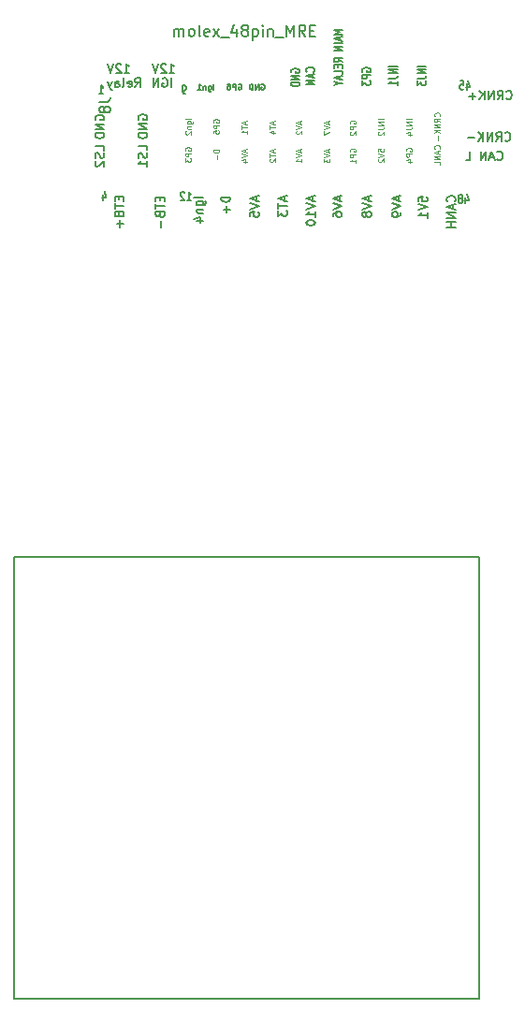
<source format=gbo>
G04 #@! TF.GenerationSoftware,KiCad,Pcbnew,8.0.9-8.0.9-0~ubuntu24.04.1*
G04 #@! TF.CreationDate,2026-01-28T14:13:45+00:00*
G04 #@! TF.ProjectId,greenecu48,67726565-6e65-4637-9534-382e6b696361,rev?*
G04 #@! TF.SameCoordinates,Original*
G04 #@! TF.FileFunction,Legend,Bot*
G04 #@! TF.FilePolarity,Positive*
%FSLAX46Y46*%
G04 Gerber Fmt 4.6, Leading zero omitted, Abs format (unit mm)*
G04 Created by KiCad (PCBNEW 8.0.9-8.0.9-0~ubuntu24.04.1) date 2026-01-28 14:13:45*
%MOMM*%
%LPD*%
G01*
G04 APERTURE LIST*
%ADD10C,0.150000*%
%ADD11C,0.130000*%
%ADD12C,0.101600*%
%ADD13C,0.127000*%
%ADD14C,0.200000*%
G04 APERTURE END LIST*
D10*
X53806458Y109168782D02*
X53806458Y109835449D01*
X53806458Y109740211D02*
X53854077Y109787830D01*
X53854077Y109787830D02*
X53949315Y109835449D01*
X53949315Y109835449D02*
X54092172Y109835449D01*
X54092172Y109835449D02*
X54187410Y109787830D01*
X54187410Y109787830D02*
X54235029Y109692592D01*
X54235029Y109692592D02*
X54235029Y109168782D01*
X54235029Y109692592D02*
X54282648Y109787830D01*
X54282648Y109787830D02*
X54377886Y109835449D01*
X54377886Y109835449D02*
X54520743Y109835449D01*
X54520743Y109835449D02*
X54615982Y109787830D01*
X54615982Y109787830D02*
X54663601Y109692592D01*
X54663601Y109692592D02*
X54663601Y109168782D01*
X55282648Y109168782D02*
X55187410Y109216401D01*
X55187410Y109216401D02*
X55139791Y109264021D01*
X55139791Y109264021D02*
X55092172Y109359259D01*
X55092172Y109359259D02*
X55092172Y109644973D01*
X55092172Y109644973D02*
X55139791Y109740211D01*
X55139791Y109740211D02*
X55187410Y109787830D01*
X55187410Y109787830D02*
X55282648Y109835449D01*
X55282648Y109835449D02*
X55425505Y109835449D01*
X55425505Y109835449D02*
X55520743Y109787830D01*
X55520743Y109787830D02*
X55568362Y109740211D01*
X55568362Y109740211D02*
X55615981Y109644973D01*
X55615981Y109644973D02*
X55615981Y109359259D01*
X55615981Y109359259D02*
X55568362Y109264021D01*
X55568362Y109264021D02*
X55520743Y109216401D01*
X55520743Y109216401D02*
X55425505Y109168782D01*
X55425505Y109168782D02*
X55282648Y109168782D01*
X56187410Y109168782D02*
X56092172Y109216401D01*
X56092172Y109216401D02*
X56044553Y109311640D01*
X56044553Y109311640D02*
X56044553Y110168782D01*
X56949315Y109216401D02*
X56854077Y109168782D01*
X56854077Y109168782D02*
X56663601Y109168782D01*
X56663601Y109168782D02*
X56568363Y109216401D01*
X56568363Y109216401D02*
X56520744Y109311640D01*
X56520744Y109311640D02*
X56520744Y109692592D01*
X56520744Y109692592D02*
X56568363Y109787830D01*
X56568363Y109787830D02*
X56663601Y109835449D01*
X56663601Y109835449D02*
X56854077Y109835449D01*
X56854077Y109835449D02*
X56949315Y109787830D01*
X56949315Y109787830D02*
X56996934Y109692592D01*
X56996934Y109692592D02*
X56996934Y109597354D01*
X56996934Y109597354D02*
X56520744Y109502116D01*
X57330268Y109168782D02*
X57854077Y109835449D01*
X57330268Y109835449D02*
X57854077Y109168782D01*
X57996935Y109073544D02*
X58758839Y109073544D01*
X59425506Y109835449D02*
X59425506Y109168782D01*
X59187411Y110216401D02*
X58949316Y109502116D01*
X58949316Y109502116D02*
X59568363Y109502116D01*
X60092173Y109740211D02*
X59996935Y109787830D01*
X59996935Y109787830D02*
X59949316Y109835449D01*
X59949316Y109835449D02*
X59901697Y109930687D01*
X59901697Y109930687D02*
X59901697Y109978306D01*
X59901697Y109978306D02*
X59949316Y110073544D01*
X59949316Y110073544D02*
X59996935Y110121163D01*
X59996935Y110121163D02*
X60092173Y110168782D01*
X60092173Y110168782D02*
X60282649Y110168782D01*
X60282649Y110168782D02*
X60377887Y110121163D01*
X60377887Y110121163D02*
X60425506Y110073544D01*
X60425506Y110073544D02*
X60473125Y109978306D01*
X60473125Y109978306D02*
X60473125Y109930687D01*
X60473125Y109930687D02*
X60425506Y109835449D01*
X60425506Y109835449D02*
X60377887Y109787830D01*
X60377887Y109787830D02*
X60282649Y109740211D01*
X60282649Y109740211D02*
X60092173Y109740211D01*
X60092173Y109740211D02*
X59996935Y109692592D01*
X59996935Y109692592D02*
X59949316Y109644973D01*
X59949316Y109644973D02*
X59901697Y109549735D01*
X59901697Y109549735D02*
X59901697Y109359259D01*
X59901697Y109359259D02*
X59949316Y109264021D01*
X59949316Y109264021D02*
X59996935Y109216401D01*
X59996935Y109216401D02*
X60092173Y109168782D01*
X60092173Y109168782D02*
X60282649Y109168782D01*
X60282649Y109168782D02*
X60377887Y109216401D01*
X60377887Y109216401D02*
X60425506Y109264021D01*
X60425506Y109264021D02*
X60473125Y109359259D01*
X60473125Y109359259D02*
X60473125Y109549735D01*
X60473125Y109549735D02*
X60425506Y109644973D01*
X60425506Y109644973D02*
X60377887Y109692592D01*
X60377887Y109692592D02*
X60282649Y109740211D01*
X60901697Y109835449D02*
X60901697Y108835449D01*
X60901697Y109787830D02*
X60996935Y109835449D01*
X60996935Y109835449D02*
X61187411Y109835449D01*
X61187411Y109835449D02*
X61282649Y109787830D01*
X61282649Y109787830D02*
X61330268Y109740211D01*
X61330268Y109740211D02*
X61377887Y109644973D01*
X61377887Y109644973D02*
X61377887Y109359259D01*
X61377887Y109359259D02*
X61330268Y109264021D01*
X61330268Y109264021D02*
X61282649Y109216401D01*
X61282649Y109216401D02*
X61187411Y109168782D01*
X61187411Y109168782D02*
X60996935Y109168782D01*
X60996935Y109168782D02*
X60901697Y109216401D01*
X61806459Y109168782D02*
X61806459Y109835449D01*
X61806459Y110168782D02*
X61758840Y110121163D01*
X61758840Y110121163D02*
X61806459Y110073544D01*
X61806459Y110073544D02*
X61854078Y110121163D01*
X61854078Y110121163D02*
X61806459Y110168782D01*
X61806459Y110168782D02*
X61806459Y110073544D01*
X62282649Y109835449D02*
X62282649Y109168782D01*
X62282649Y109740211D02*
X62330268Y109787830D01*
X62330268Y109787830D02*
X62425506Y109835449D01*
X62425506Y109835449D02*
X62568363Y109835449D01*
X62568363Y109835449D02*
X62663601Y109787830D01*
X62663601Y109787830D02*
X62711220Y109692592D01*
X62711220Y109692592D02*
X62711220Y109168782D01*
X62949316Y109073544D02*
X63711220Y109073544D01*
X63949316Y109168782D02*
X63949316Y110168782D01*
X63949316Y110168782D02*
X64282649Y109454497D01*
X64282649Y109454497D02*
X64615982Y110168782D01*
X64615982Y110168782D02*
X64615982Y109168782D01*
X65663601Y109168782D02*
X65330268Y109644973D01*
X65092173Y109168782D02*
X65092173Y110168782D01*
X65092173Y110168782D02*
X65473125Y110168782D01*
X65473125Y110168782D02*
X65568363Y110121163D01*
X65568363Y110121163D02*
X65615982Y110073544D01*
X65615982Y110073544D02*
X65663601Y109978306D01*
X65663601Y109978306D02*
X65663601Y109835449D01*
X65663601Y109835449D02*
X65615982Y109740211D01*
X65615982Y109740211D02*
X65568363Y109692592D01*
X65568363Y109692592D02*
X65473125Y109644973D01*
X65473125Y109644973D02*
X65092173Y109644973D01*
X66092173Y109692592D02*
X66425506Y109692592D01*
X66568363Y109168782D02*
X66092173Y109168782D01*
X66092173Y109168782D02*
X66092173Y110168782D01*
X66092173Y110168782D02*
X66568363Y110168782D01*
D11*
X80130830Y94585600D02*
X80130830Y94052266D01*
X80273687Y94890361D02*
X80416544Y94318933D01*
X80416544Y94318933D02*
X80045115Y94318933D01*
X79730829Y94509409D02*
X79787972Y94547504D01*
X79787972Y94547504D02*
X79816543Y94585600D01*
X79816543Y94585600D02*
X79845115Y94661790D01*
X79845115Y94661790D02*
X79845115Y94699885D01*
X79845115Y94699885D02*
X79816543Y94776076D01*
X79816543Y94776076D02*
X79787972Y94814171D01*
X79787972Y94814171D02*
X79730829Y94852266D01*
X79730829Y94852266D02*
X79616543Y94852266D01*
X79616543Y94852266D02*
X79559401Y94814171D01*
X79559401Y94814171D02*
X79530829Y94776076D01*
X79530829Y94776076D02*
X79502258Y94699885D01*
X79502258Y94699885D02*
X79502258Y94661790D01*
X79502258Y94661790D02*
X79530829Y94585600D01*
X79530829Y94585600D02*
X79559401Y94547504D01*
X79559401Y94547504D02*
X79616543Y94509409D01*
X79616543Y94509409D02*
X79730829Y94509409D01*
X79730829Y94509409D02*
X79787972Y94471314D01*
X79787972Y94471314D02*
X79816543Y94433219D01*
X79816543Y94433219D02*
X79845115Y94357028D01*
X79845115Y94357028D02*
X79845115Y94204647D01*
X79845115Y94204647D02*
X79816543Y94128457D01*
X79816543Y94128457D02*
X79787972Y94090361D01*
X79787972Y94090361D02*
X79730829Y94052266D01*
X79730829Y94052266D02*
X79616543Y94052266D01*
X79616543Y94052266D02*
X79559401Y94090361D01*
X79559401Y94090361D02*
X79530829Y94128457D01*
X79530829Y94128457D02*
X79502258Y94204647D01*
X79502258Y94204647D02*
X79502258Y94357028D01*
X79502258Y94357028D02*
X79530829Y94433219D01*
X79530829Y94433219D02*
X79559401Y94471314D01*
X79559401Y94471314D02*
X79616543Y94509409D01*
X46667831Y101607125D02*
X46629736Y101683315D01*
X46629736Y101683315D02*
X46629736Y101797601D01*
X46629736Y101797601D02*
X46667831Y101911887D01*
X46667831Y101911887D02*
X46744021Y101988077D01*
X46744021Y101988077D02*
X46820212Y102026172D01*
X46820212Y102026172D02*
X46972593Y102064268D01*
X46972593Y102064268D02*
X47086879Y102064268D01*
X47086879Y102064268D02*
X47239260Y102026172D01*
X47239260Y102026172D02*
X47315450Y101988077D01*
X47315450Y101988077D02*
X47391641Y101911887D01*
X47391641Y101911887D02*
X47429736Y101797601D01*
X47429736Y101797601D02*
X47429736Y101721410D01*
X47429736Y101721410D02*
X47391641Y101607125D01*
X47391641Y101607125D02*
X47353545Y101569029D01*
X47353545Y101569029D02*
X47086879Y101569029D01*
X47086879Y101569029D02*
X47086879Y101721410D01*
X47429736Y101226172D02*
X46629736Y101226172D01*
X46629736Y101226172D02*
X47429736Y100769029D01*
X47429736Y100769029D02*
X46629736Y100769029D01*
X47429736Y100388077D02*
X46629736Y100388077D01*
X46629736Y100388077D02*
X46629736Y100197601D01*
X46629736Y100197601D02*
X46667831Y100083315D01*
X46667831Y100083315D02*
X46744021Y100007125D01*
X46744021Y100007125D02*
X46820212Y99969030D01*
X46820212Y99969030D02*
X46972593Y99930934D01*
X46972593Y99930934D02*
X47086879Y99930934D01*
X47086879Y99930934D02*
X47239260Y99969030D01*
X47239260Y99969030D02*
X47315450Y100007125D01*
X47315450Y100007125D02*
X47391641Y100083315D01*
X47391641Y100083315D02*
X47429736Y100197601D01*
X47429736Y100197601D02*
X47429736Y100388077D01*
X71394664Y94661600D02*
X71394664Y94280647D01*
X71623236Y94737790D02*
X70823236Y94471123D01*
X70823236Y94471123D02*
X71623236Y94204457D01*
X70823236Y94052076D02*
X71623236Y93785409D01*
X71623236Y93785409D02*
X70823236Y93518743D01*
X71166093Y93137791D02*
X71127998Y93213981D01*
X71127998Y93213981D02*
X71089902Y93252076D01*
X71089902Y93252076D02*
X71013712Y93290172D01*
X71013712Y93290172D02*
X70975617Y93290172D01*
X70975617Y93290172D02*
X70899426Y93252076D01*
X70899426Y93252076D02*
X70861331Y93213981D01*
X70861331Y93213981D02*
X70823236Y93137791D01*
X70823236Y93137791D02*
X70823236Y92985410D01*
X70823236Y92985410D02*
X70861331Y92909219D01*
X70861331Y92909219D02*
X70899426Y92871124D01*
X70899426Y92871124D02*
X70975617Y92833029D01*
X70975617Y92833029D02*
X71013712Y92833029D01*
X71013712Y92833029D02*
X71089902Y92871124D01*
X71089902Y92871124D02*
X71127998Y92909219D01*
X71127998Y92909219D02*
X71166093Y92985410D01*
X71166093Y92985410D02*
X71166093Y93137791D01*
X71166093Y93137791D02*
X71204188Y93213981D01*
X71204188Y93213981D02*
X71242283Y93252076D01*
X71242283Y93252076D02*
X71318474Y93290172D01*
X71318474Y93290172D02*
X71470855Y93290172D01*
X71470855Y93290172D02*
X71547045Y93252076D01*
X71547045Y93252076D02*
X71585141Y93213981D01*
X71585141Y93213981D02*
X71623236Y93137791D01*
X71623236Y93137791D02*
X71623236Y92985410D01*
X71623236Y92985410D02*
X71585141Y92909219D01*
X71585141Y92909219D02*
X71547045Y92871124D01*
X71547045Y92871124D02*
X71470855Y92833029D01*
X71470855Y92833029D02*
X71318474Y92833029D01*
X71318474Y92833029D02*
X71242283Y92871124D01*
X71242283Y92871124D02*
X71204188Y92909219D01*
X71204188Y92909219D02*
X71166093Y92985410D01*
D12*
X65184984Y98933174D02*
X65184984Y98691269D01*
X65330127Y98981555D02*
X64822127Y98812221D01*
X64822127Y98812221D02*
X65330127Y98642888D01*
X64822127Y98546126D02*
X65330127Y98376792D01*
X65330127Y98376792D02*
X64822127Y98207459D01*
X65330127Y97772030D02*
X65330127Y98062316D01*
X65330127Y97917173D02*
X64822127Y97917173D01*
X64822127Y97917173D02*
X64894698Y97965554D01*
X64894698Y97965554D02*
X64943079Y98013935D01*
X64943079Y98013935D02*
X64967270Y98062316D01*
X75299627Y101657625D02*
X74791627Y101657625D01*
X75299627Y101415720D02*
X74791627Y101415720D01*
X74791627Y101415720D02*
X75299627Y101125434D01*
X75299627Y101125434D02*
X74791627Y101125434D01*
X74791627Y100738387D02*
X75154484Y100738387D01*
X75154484Y100738387D02*
X75227056Y100762578D01*
X75227056Y100762578D02*
X75275437Y100810959D01*
X75275437Y100810959D02*
X75299627Y100883530D01*
X75299627Y100883530D02*
X75299627Y100931911D01*
X74960960Y100278768D02*
X75299627Y100278768D01*
X74767437Y100399720D02*
X75130294Y100520673D01*
X75130294Y100520673D02*
X75130294Y100206196D01*
X57353317Y101382459D02*
X57329127Y101430840D01*
X57329127Y101430840D02*
X57329127Y101503411D01*
X57329127Y101503411D02*
X57353317Y101575983D01*
X57353317Y101575983D02*
X57401698Y101624364D01*
X57401698Y101624364D02*
X57450079Y101648554D01*
X57450079Y101648554D02*
X57546841Y101672745D01*
X57546841Y101672745D02*
X57619413Y101672745D01*
X57619413Y101672745D02*
X57716175Y101648554D01*
X57716175Y101648554D02*
X57764556Y101624364D01*
X57764556Y101624364D02*
X57812937Y101575983D01*
X57812937Y101575983D02*
X57837127Y101503411D01*
X57837127Y101503411D02*
X57837127Y101455030D01*
X57837127Y101455030D02*
X57812937Y101382459D01*
X57812937Y101382459D02*
X57788746Y101358268D01*
X57788746Y101358268D02*
X57619413Y101358268D01*
X57619413Y101358268D02*
X57619413Y101455030D01*
X57837127Y101140554D02*
X57329127Y101140554D01*
X57329127Y101140554D02*
X57329127Y100947030D01*
X57329127Y100947030D02*
X57353317Y100898649D01*
X57353317Y100898649D02*
X57377508Y100874459D01*
X57377508Y100874459D02*
X57425889Y100850268D01*
X57425889Y100850268D02*
X57498460Y100850268D01*
X57498460Y100850268D02*
X57546841Y100874459D01*
X57546841Y100874459D02*
X57571032Y100898649D01*
X57571032Y100898649D02*
X57595222Y100947030D01*
X57595222Y100947030D02*
X57595222Y101140554D01*
X57329127Y100390649D02*
X57329127Y100632554D01*
X57329127Y100632554D02*
X57571032Y100656745D01*
X57571032Y100656745D02*
X57546841Y100632554D01*
X57546841Y100632554D02*
X57522651Y100584173D01*
X57522651Y100584173D02*
X57522651Y100463221D01*
X57522651Y100463221D02*
X57546841Y100414840D01*
X57546841Y100414840D02*
X57571032Y100390649D01*
X57571032Y100390649D02*
X57619413Y100366459D01*
X57619413Y100366459D02*
X57740365Y100366459D01*
X57740365Y100366459D02*
X57788746Y100390649D01*
X57788746Y100390649D02*
X57812937Y100414840D01*
X57812937Y100414840D02*
X57837127Y100463221D01*
X57837127Y100463221D02*
X57837127Y100584173D01*
X57837127Y100584173D02*
X57812937Y100632554D01*
X57812937Y100632554D02*
X57788746Y100656745D01*
D13*
X57349153Y104347195D02*
X57349153Y104855195D01*
X56889534Y104685862D02*
X56889534Y104274624D01*
X56889534Y104274624D02*
X56913724Y104226243D01*
X56913724Y104226243D02*
X56937915Y104202052D01*
X56937915Y104202052D02*
X56986296Y104177862D01*
X56986296Y104177862D02*
X57058867Y104177862D01*
X57058867Y104177862D02*
X57107248Y104202052D01*
X56889534Y104371385D02*
X56937915Y104347195D01*
X56937915Y104347195D02*
X57034677Y104347195D01*
X57034677Y104347195D02*
X57083058Y104371385D01*
X57083058Y104371385D02*
X57107248Y104395576D01*
X57107248Y104395576D02*
X57131439Y104443957D01*
X57131439Y104443957D02*
X57131439Y104589100D01*
X57131439Y104589100D02*
X57107248Y104637481D01*
X57107248Y104637481D02*
X57083058Y104661671D01*
X57083058Y104661671D02*
X57034677Y104685862D01*
X57034677Y104685862D02*
X56937915Y104685862D01*
X56937915Y104685862D02*
X56889534Y104661671D01*
X56647629Y104685862D02*
X56647629Y104347195D01*
X56647629Y104637481D02*
X56623439Y104661671D01*
X56623439Y104661671D02*
X56575058Y104685862D01*
X56575058Y104685862D02*
X56502486Y104685862D01*
X56502486Y104685862D02*
X56454105Y104661671D01*
X56454105Y104661671D02*
X56429915Y104613290D01*
X56429915Y104613290D02*
X56429915Y104347195D01*
X55921915Y104347195D02*
X56212201Y104347195D01*
X56067058Y104347195D02*
X56067058Y104855195D01*
X56067058Y104855195D02*
X56115439Y104782624D01*
X56115439Y104782624D02*
X56163820Y104734243D01*
X56163820Y104734243D02*
X56212201Y104710052D01*
D10*
X47018420Y103256935D02*
X47732705Y103256935D01*
X47732705Y103256935D02*
X47875562Y103304554D01*
X47875562Y103304554D02*
X47970801Y103399792D01*
X47970801Y103399792D02*
X48018420Y103542649D01*
X48018420Y103542649D02*
X48018420Y103637887D01*
X47446991Y102637887D02*
X47399372Y102733125D01*
X47399372Y102733125D02*
X47351753Y102780744D01*
X47351753Y102780744D02*
X47256515Y102828363D01*
X47256515Y102828363D02*
X47208896Y102828363D01*
X47208896Y102828363D02*
X47113658Y102780744D01*
X47113658Y102780744D02*
X47066039Y102733125D01*
X47066039Y102733125D02*
X47018420Y102637887D01*
X47018420Y102637887D02*
X47018420Y102447411D01*
X47018420Y102447411D02*
X47066039Y102352173D01*
X47066039Y102352173D02*
X47113658Y102304554D01*
X47113658Y102304554D02*
X47208896Y102256935D01*
X47208896Y102256935D02*
X47256515Y102256935D01*
X47256515Y102256935D02*
X47351753Y102304554D01*
X47351753Y102304554D02*
X47399372Y102352173D01*
X47399372Y102352173D02*
X47446991Y102447411D01*
X47446991Y102447411D02*
X47446991Y102637887D01*
X47446991Y102637887D02*
X47494610Y102733125D01*
X47494610Y102733125D02*
X47542229Y102780744D01*
X47542229Y102780744D02*
X47637467Y102828363D01*
X47637467Y102828363D02*
X47827943Y102828363D01*
X47827943Y102828363D02*
X47923181Y102780744D01*
X47923181Y102780744D02*
X47970801Y102733125D01*
X47970801Y102733125D02*
X48018420Y102637887D01*
X48018420Y102637887D02*
X48018420Y102447411D01*
X48018420Y102447411D02*
X47970801Y102352173D01*
X47970801Y102352173D02*
X47923181Y102304554D01*
X47923181Y102304554D02*
X47827943Y102256935D01*
X47827943Y102256935D02*
X47637467Y102256935D01*
X47637467Y102256935D02*
X47542229Y102304554D01*
X47542229Y102304554D02*
X47494610Y102352173D01*
X47494610Y102352173D02*
X47446991Y102447411D01*
D11*
X74061664Y94661600D02*
X74061664Y94280647D01*
X74290236Y94737790D02*
X73490236Y94471123D01*
X73490236Y94471123D02*
X74290236Y94204457D01*
X73490236Y94052076D02*
X74290236Y93785409D01*
X74290236Y93785409D02*
X73490236Y93518743D01*
X74290236Y93213981D02*
X74290236Y93061600D01*
X74290236Y93061600D02*
X74252141Y92985410D01*
X74252141Y92985410D02*
X74214045Y92947314D01*
X74214045Y92947314D02*
X74099760Y92871124D01*
X74099760Y92871124D02*
X73947379Y92833029D01*
X73947379Y92833029D02*
X73642617Y92833029D01*
X73642617Y92833029D02*
X73566426Y92871124D01*
X73566426Y92871124D02*
X73528331Y92909219D01*
X73528331Y92909219D02*
X73490236Y92985410D01*
X73490236Y92985410D02*
X73490236Y93137791D01*
X73490236Y93137791D02*
X73528331Y93213981D01*
X73528331Y93213981D02*
X73566426Y93252076D01*
X73566426Y93252076D02*
X73642617Y93290172D01*
X73642617Y93290172D02*
X73833093Y93290172D01*
X73833093Y93290172D02*
X73909283Y93252076D01*
X73909283Y93252076D02*
X73947379Y93213981D01*
X73947379Y93213981D02*
X73985474Y93137791D01*
X73985474Y93137791D02*
X73985474Y92985410D01*
X73985474Y92985410D02*
X73947379Y92909219D01*
X73947379Y92909219D02*
X73909283Y92871124D01*
X73909283Y92871124D02*
X73833093Y92833029D01*
D12*
X77791246Y101938234D02*
X77815437Y101962425D01*
X77815437Y101962425D02*
X77839627Y102034996D01*
X77839627Y102034996D02*
X77839627Y102083377D01*
X77839627Y102083377D02*
X77815437Y102155949D01*
X77815437Y102155949D02*
X77767056Y102204330D01*
X77767056Y102204330D02*
X77718675Y102228520D01*
X77718675Y102228520D02*
X77621913Y102252711D01*
X77621913Y102252711D02*
X77549341Y102252711D01*
X77549341Y102252711D02*
X77452579Y102228520D01*
X77452579Y102228520D02*
X77404198Y102204330D01*
X77404198Y102204330D02*
X77355817Y102155949D01*
X77355817Y102155949D02*
X77331627Y102083377D01*
X77331627Y102083377D02*
X77331627Y102034996D01*
X77331627Y102034996D02*
X77355817Y101962425D01*
X77355817Y101962425D02*
X77380008Y101938234D01*
X77839627Y101430234D02*
X77597722Y101599568D01*
X77839627Y101720520D02*
X77331627Y101720520D01*
X77331627Y101720520D02*
X77331627Y101526996D01*
X77331627Y101526996D02*
X77355817Y101478615D01*
X77355817Y101478615D02*
X77380008Y101454425D01*
X77380008Y101454425D02*
X77428389Y101430234D01*
X77428389Y101430234D02*
X77500960Y101430234D01*
X77500960Y101430234D02*
X77549341Y101454425D01*
X77549341Y101454425D02*
X77573532Y101478615D01*
X77573532Y101478615D02*
X77597722Y101526996D01*
X77597722Y101526996D02*
X77597722Y101720520D01*
X77839627Y101212520D02*
X77331627Y101212520D01*
X77331627Y101212520D02*
X77839627Y100922234D01*
X77839627Y100922234D02*
X77331627Y100922234D01*
X77839627Y100680330D02*
X77331627Y100680330D01*
X77839627Y100390044D02*
X77549341Y100607759D01*
X77331627Y100390044D02*
X77621913Y100680330D01*
X77646103Y100172330D02*
X77646103Y99785282D01*
D11*
X83007257Y98043457D02*
X83045353Y98005361D01*
X83045353Y98005361D02*
X83159638Y97967266D01*
X83159638Y97967266D02*
X83235829Y97967266D01*
X83235829Y97967266D02*
X83350115Y98005361D01*
X83350115Y98005361D02*
X83426305Y98081552D01*
X83426305Y98081552D02*
X83464400Y98157742D01*
X83464400Y98157742D02*
X83502496Y98310123D01*
X83502496Y98310123D02*
X83502496Y98424409D01*
X83502496Y98424409D02*
X83464400Y98576790D01*
X83464400Y98576790D02*
X83426305Y98652981D01*
X83426305Y98652981D02*
X83350115Y98729171D01*
X83350115Y98729171D02*
X83235829Y98767266D01*
X83235829Y98767266D02*
X83159638Y98767266D01*
X83159638Y98767266D02*
X83045353Y98729171D01*
X83045353Y98729171D02*
X83007257Y98691076D01*
X82702496Y98195838D02*
X82321543Y98195838D01*
X82778686Y97967266D02*
X82512019Y98767266D01*
X82512019Y98767266D02*
X82245353Y97967266D01*
X81978686Y97967266D02*
X81978686Y98767266D01*
X81978686Y98767266D02*
X81521543Y97967266D01*
X81521543Y97967266D02*
X81521543Y98767266D01*
X80150115Y97967266D02*
X80531067Y97967266D01*
X80531067Y97967266D02*
X80531067Y98767266D01*
X73987736Y106456627D02*
X73187736Y106456627D01*
X73987736Y106170913D02*
X73187736Y106170913D01*
X73187736Y106170913D02*
X73987736Y105828056D01*
X73987736Y105828056D02*
X73187736Y105828056D01*
X73187736Y105370914D02*
X73759164Y105370914D01*
X73759164Y105370914D02*
X73873450Y105399485D01*
X73873450Y105399485D02*
X73949641Y105456628D01*
X73949641Y105456628D02*
X73987736Y105542342D01*
X73987736Y105542342D02*
X73987736Y105599485D01*
X73987736Y104770914D02*
X73987736Y105113771D01*
X73987736Y104942342D02*
X73187736Y104942342D01*
X73187736Y104942342D02*
X73302021Y104999485D01*
X73302021Y104999485D02*
X73378212Y105056628D01*
X73378212Y105056628D02*
X73416307Y105113771D01*
D13*
X51341492Y98866887D02*
X51341492Y99247839D01*
X51341492Y99247839D02*
X50541492Y99247839D01*
X51303397Y98638316D02*
X51341492Y98524030D01*
X51341492Y98524030D02*
X51341492Y98333554D01*
X51341492Y98333554D02*
X51303397Y98257363D01*
X51303397Y98257363D02*
X51265301Y98219268D01*
X51265301Y98219268D02*
X51189111Y98181173D01*
X51189111Y98181173D02*
X51112920Y98181173D01*
X51112920Y98181173D02*
X51036730Y98219268D01*
X51036730Y98219268D02*
X50998635Y98257363D01*
X50998635Y98257363D02*
X50960539Y98333554D01*
X50960539Y98333554D02*
X50922444Y98485935D01*
X50922444Y98485935D02*
X50884349Y98562125D01*
X50884349Y98562125D02*
X50846254Y98600220D01*
X50846254Y98600220D02*
X50770063Y98638316D01*
X50770063Y98638316D02*
X50693873Y98638316D01*
X50693873Y98638316D02*
X50617682Y98600220D01*
X50617682Y98600220D02*
X50579587Y98562125D01*
X50579587Y98562125D02*
X50541492Y98485935D01*
X50541492Y98485935D02*
X50541492Y98295458D01*
X50541492Y98295458D02*
X50579587Y98181173D01*
X51341492Y97419268D02*
X51341492Y97876411D01*
X51341492Y97647839D02*
X50541492Y97647839D01*
X50541492Y97647839D02*
X50655777Y97724030D01*
X50655777Y97724030D02*
X50731968Y97800220D01*
X50731968Y97800220D02*
X50770063Y97876411D01*
X59604915Y104831005D02*
X59653296Y104855195D01*
X59653296Y104855195D02*
X59725867Y104855195D01*
X59725867Y104855195D02*
X59798439Y104831005D01*
X59798439Y104831005D02*
X59846820Y104782624D01*
X59846820Y104782624D02*
X59871010Y104734243D01*
X59871010Y104734243D02*
X59895201Y104637481D01*
X59895201Y104637481D02*
X59895201Y104564909D01*
X59895201Y104564909D02*
X59871010Y104468147D01*
X59871010Y104468147D02*
X59846820Y104419766D01*
X59846820Y104419766D02*
X59798439Y104371385D01*
X59798439Y104371385D02*
X59725867Y104347195D01*
X59725867Y104347195D02*
X59677486Y104347195D01*
X59677486Y104347195D02*
X59604915Y104371385D01*
X59604915Y104371385D02*
X59580724Y104395576D01*
X59580724Y104395576D02*
X59580724Y104564909D01*
X59580724Y104564909D02*
X59677486Y104564909D01*
X59363010Y104347195D02*
X59363010Y104855195D01*
X59363010Y104855195D02*
X59169486Y104855195D01*
X59169486Y104855195D02*
X59121105Y104831005D01*
X59121105Y104831005D02*
X59096915Y104806814D01*
X59096915Y104806814D02*
X59072724Y104758433D01*
X59072724Y104758433D02*
X59072724Y104685862D01*
X59072724Y104685862D02*
X59096915Y104637481D01*
X59096915Y104637481D02*
X59121105Y104613290D01*
X59121105Y104613290D02*
X59169486Y104589100D01*
X59169486Y104589100D02*
X59363010Y104589100D01*
X58637296Y104855195D02*
X58734058Y104855195D01*
X58734058Y104855195D02*
X58782439Y104831005D01*
X58782439Y104831005D02*
X58806629Y104806814D01*
X58806629Y104806814D02*
X58855010Y104734243D01*
X58855010Y104734243D02*
X58879201Y104637481D01*
X58879201Y104637481D02*
X58879201Y104443957D01*
X58879201Y104443957D02*
X58855010Y104395576D01*
X58855010Y104395576D02*
X58830820Y104371385D01*
X58830820Y104371385D02*
X58782439Y104347195D01*
X58782439Y104347195D02*
X58685677Y104347195D01*
X58685677Y104347195D02*
X58637296Y104371385D01*
X58637296Y104371385D02*
X58613105Y104395576D01*
X58613105Y104395576D02*
X58588915Y104443957D01*
X58588915Y104443957D02*
X58588915Y104564909D01*
X58588915Y104564909D02*
X58613105Y104613290D01*
X58613105Y104613290D02*
X58637296Y104637481D01*
X58637296Y104637481D02*
X58685677Y104661671D01*
X58685677Y104661671D02*
X58782439Y104661671D01*
X58782439Y104661671D02*
X58830820Y104637481D01*
X58830820Y104637481D02*
X58855010Y104613290D01*
X58855010Y104613290D02*
X58879201Y104564909D01*
D12*
X72251627Y98754768D02*
X72251627Y98996673D01*
X72251627Y98996673D02*
X72493532Y99020864D01*
X72493532Y99020864D02*
X72469341Y98996673D01*
X72469341Y98996673D02*
X72445151Y98948292D01*
X72445151Y98948292D02*
X72445151Y98827340D01*
X72445151Y98827340D02*
X72469341Y98778959D01*
X72469341Y98778959D02*
X72493532Y98754768D01*
X72493532Y98754768D02*
X72541913Y98730578D01*
X72541913Y98730578D02*
X72662865Y98730578D01*
X72662865Y98730578D02*
X72711246Y98754768D01*
X72711246Y98754768D02*
X72735437Y98778959D01*
X72735437Y98778959D02*
X72759627Y98827340D01*
X72759627Y98827340D02*
X72759627Y98948292D01*
X72759627Y98948292D02*
X72735437Y98996673D01*
X72735437Y98996673D02*
X72711246Y99020864D01*
X72251627Y98585435D02*
X72759627Y98416101D01*
X72759627Y98416101D02*
X72251627Y98246768D01*
X72300008Y98101625D02*
X72275817Y98077434D01*
X72275817Y98077434D02*
X72251627Y98029053D01*
X72251627Y98029053D02*
X72251627Y97908101D01*
X72251627Y97908101D02*
X72275817Y97859720D01*
X72275817Y97859720D02*
X72300008Y97835529D01*
X72300008Y97835529D02*
X72348389Y97811339D01*
X72348389Y97811339D02*
X72396770Y97811339D01*
X72396770Y97811339D02*
X72469341Y97835529D01*
X72469341Y97835529D02*
X72759627Y98125815D01*
X72759627Y98125815D02*
X72759627Y97811339D01*
D11*
X63774664Y94661600D02*
X63774664Y94280647D01*
X64003236Y94737790D02*
X63203236Y94471123D01*
X63203236Y94471123D02*
X64003236Y94204457D01*
X63203236Y94052076D02*
X63203236Y93594933D01*
X64003236Y93823505D02*
X63203236Y93823505D01*
X63203236Y93404457D02*
X63203236Y92909219D01*
X63203236Y92909219D02*
X63507998Y93175885D01*
X63507998Y93175885D02*
X63507998Y93061600D01*
X63507998Y93061600D02*
X63546093Y92985409D01*
X63546093Y92985409D02*
X63584188Y92947314D01*
X63584188Y92947314D02*
X63660379Y92909219D01*
X63660379Y92909219D02*
X63850855Y92909219D01*
X63850855Y92909219D02*
X63927045Y92947314D01*
X63927045Y92947314D02*
X63965141Y92985409D01*
X63965141Y92985409D02*
X64003236Y93061600D01*
X64003236Y93061600D02*
X64003236Y93290171D01*
X64003236Y93290171D02*
X63965141Y93366362D01*
X63965141Y93366362D02*
X63927045Y93404457D01*
X53323927Y105872243D02*
X53781070Y105872243D01*
X53552498Y105872243D02*
X53552498Y106672243D01*
X53552498Y106672243D02*
X53628689Y106557958D01*
X53628689Y106557958D02*
X53704879Y106481767D01*
X53704879Y106481767D02*
X53781070Y106443672D01*
X53019165Y106596053D02*
X52981069Y106634148D01*
X52981069Y106634148D02*
X52904879Y106672243D01*
X52904879Y106672243D02*
X52714403Y106672243D01*
X52714403Y106672243D02*
X52638212Y106634148D01*
X52638212Y106634148D02*
X52600117Y106596053D01*
X52600117Y106596053D02*
X52562022Y106519862D01*
X52562022Y106519862D02*
X52562022Y106443672D01*
X52562022Y106443672D02*
X52600117Y106329386D01*
X52600117Y106329386D02*
X53057260Y105872243D01*
X53057260Y105872243D02*
X52562022Y105872243D01*
X52333450Y106672243D02*
X52066783Y105872243D01*
X52066783Y105872243D02*
X51800117Y106672243D01*
X53552497Y104584288D02*
X53552497Y105384288D01*
X52752498Y105346193D02*
X52828688Y105384288D01*
X52828688Y105384288D02*
X52942974Y105384288D01*
X52942974Y105384288D02*
X53057260Y105346193D01*
X53057260Y105346193D02*
X53133450Y105270003D01*
X53133450Y105270003D02*
X53171545Y105193812D01*
X53171545Y105193812D02*
X53209641Y105041431D01*
X53209641Y105041431D02*
X53209641Y104927145D01*
X53209641Y104927145D02*
X53171545Y104774764D01*
X53171545Y104774764D02*
X53133450Y104698574D01*
X53133450Y104698574D02*
X53057260Y104622383D01*
X53057260Y104622383D02*
X52942974Y104584288D01*
X52942974Y104584288D02*
X52866783Y104584288D01*
X52866783Y104584288D02*
X52752498Y104622383D01*
X52752498Y104622383D02*
X52714402Y104660479D01*
X52714402Y104660479D02*
X52714402Y104927145D01*
X52714402Y104927145D02*
X52866783Y104927145D01*
X52371545Y104584288D02*
X52371545Y105384288D01*
X52371545Y105384288D02*
X51914402Y104584288D01*
X51914402Y104584288D02*
X51914402Y105384288D01*
X80257830Y104872600D02*
X80257830Y104339266D01*
X80400687Y105177361D02*
X80543544Y104605933D01*
X80543544Y104605933D02*
X80172115Y104605933D01*
X79657829Y105139266D02*
X79943543Y105139266D01*
X79943543Y105139266D02*
X79972115Y104758314D01*
X79972115Y104758314D02*
X79943543Y104796409D01*
X79943543Y104796409D02*
X79886401Y104834504D01*
X79886401Y104834504D02*
X79743543Y104834504D01*
X79743543Y104834504D02*
X79686401Y104796409D01*
X79686401Y104796409D02*
X79657829Y104758314D01*
X79657829Y104758314D02*
X79629258Y104682123D01*
X79629258Y104682123D02*
X79629258Y104491647D01*
X79629258Y104491647D02*
X79657829Y104415457D01*
X79657829Y104415457D02*
X79686401Y104377361D01*
X79686401Y104377361D02*
X79743543Y104339266D01*
X79743543Y104339266D02*
X79886401Y104339266D01*
X79886401Y104339266D02*
X79943543Y104377361D01*
X79943543Y104377361D02*
X79972115Y104415457D01*
D12*
X54813317Y98842459D02*
X54789127Y98890840D01*
X54789127Y98890840D02*
X54789127Y98963411D01*
X54789127Y98963411D02*
X54813317Y99035983D01*
X54813317Y99035983D02*
X54861698Y99084364D01*
X54861698Y99084364D02*
X54910079Y99108554D01*
X54910079Y99108554D02*
X55006841Y99132745D01*
X55006841Y99132745D02*
X55079413Y99132745D01*
X55079413Y99132745D02*
X55176175Y99108554D01*
X55176175Y99108554D02*
X55224556Y99084364D01*
X55224556Y99084364D02*
X55272937Y99035983D01*
X55272937Y99035983D02*
X55297127Y98963411D01*
X55297127Y98963411D02*
X55297127Y98915030D01*
X55297127Y98915030D02*
X55272937Y98842459D01*
X55272937Y98842459D02*
X55248746Y98818268D01*
X55248746Y98818268D02*
X55079413Y98818268D01*
X55079413Y98818268D02*
X55079413Y98915030D01*
X55297127Y98600554D02*
X54789127Y98600554D01*
X54789127Y98600554D02*
X54789127Y98407030D01*
X54789127Y98407030D02*
X54813317Y98358649D01*
X54813317Y98358649D02*
X54837508Y98334459D01*
X54837508Y98334459D02*
X54885889Y98310268D01*
X54885889Y98310268D02*
X54958460Y98310268D01*
X54958460Y98310268D02*
X55006841Y98334459D01*
X55006841Y98334459D02*
X55031032Y98358649D01*
X55031032Y98358649D02*
X55055222Y98407030D01*
X55055222Y98407030D02*
X55055222Y98600554D01*
X54789127Y98140935D02*
X54789127Y97826459D01*
X54789127Y97826459D02*
X54982651Y97995792D01*
X54982651Y97995792D02*
X54982651Y97923221D01*
X54982651Y97923221D02*
X55006841Y97874840D01*
X55006841Y97874840D02*
X55031032Y97850649D01*
X55031032Y97850649D02*
X55079413Y97826459D01*
X55079413Y97826459D02*
X55200365Y97826459D01*
X55200365Y97826459D02*
X55248746Y97850649D01*
X55248746Y97850649D02*
X55272937Y97874840D01*
X55272937Y97874840D02*
X55297127Y97923221D01*
X55297127Y97923221D02*
X55297127Y98068364D01*
X55297127Y98068364D02*
X55272937Y98116745D01*
X55272937Y98116745D02*
X55248746Y98140935D01*
X60231984Y101448983D02*
X60231984Y101207078D01*
X60377127Y101497364D02*
X59869127Y101328030D01*
X59869127Y101328030D02*
X60377127Y101158697D01*
X59869127Y101061935D02*
X59869127Y100771649D01*
X60377127Y100916792D02*
X59869127Y100916792D01*
X60377127Y100336220D02*
X60377127Y100626506D01*
X60377127Y100481363D02*
X59869127Y100481363D01*
X59869127Y100481363D02*
X59941698Y100529744D01*
X59941698Y100529744D02*
X59990079Y100578125D01*
X59990079Y100578125D02*
X60014270Y100626506D01*
X74815817Y98778959D02*
X74791627Y98827340D01*
X74791627Y98827340D02*
X74791627Y98899911D01*
X74791627Y98899911D02*
X74815817Y98972483D01*
X74815817Y98972483D02*
X74864198Y99020864D01*
X74864198Y99020864D02*
X74912579Y99045054D01*
X74912579Y99045054D02*
X75009341Y99069245D01*
X75009341Y99069245D02*
X75081913Y99069245D01*
X75081913Y99069245D02*
X75178675Y99045054D01*
X75178675Y99045054D02*
X75227056Y99020864D01*
X75227056Y99020864D02*
X75275437Y98972483D01*
X75275437Y98972483D02*
X75299627Y98899911D01*
X75299627Y98899911D02*
X75299627Y98851530D01*
X75299627Y98851530D02*
X75275437Y98778959D01*
X75275437Y98778959D02*
X75251246Y98754768D01*
X75251246Y98754768D02*
X75081913Y98754768D01*
X75081913Y98754768D02*
X75081913Y98851530D01*
X75299627Y98537054D02*
X74791627Y98537054D01*
X74791627Y98537054D02*
X74791627Y98343530D01*
X74791627Y98343530D02*
X74815817Y98295149D01*
X74815817Y98295149D02*
X74840008Y98270959D01*
X74840008Y98270959D02*
X74888389Y98246768D01*
X74888389Y98246768D02*
X74960960Y98246768D01*
X74960960Y98246768D02*
X75009341Y98270959D01*
X75009341Y98270959D02*
X75033532Y98295149D01*
X75033532Y98295149D02*
X75057722Y98343530D01*
X75057722Y98343530D02*
X75057722Y98537054D01*
X74960960Y97811340D02*
X75299627Y97811340D01*
X74767437Y97932292D02*
X75130294Y98053245D01*
X75130294Y98053245D02*
X75130294Y97738768D01*
D11*
X66418545Y105970913D02*
X66456641Y105999485D01*
X66456641Y105999485D02*
X66494736Y106085199D01*
X66494736Y106085199D02*
X66494736Y106142342D01*
X66494736Y106142342D02*
X66456641Y106228056D01*
X66456641Y106228056D02*
X66380450Y106285199D01*
X66380450Y106285199D02*
X66304260Y106313770D01*
X66304260Y106313770D02*
X66151879Y106342342D01*
X66151879Y106342342D02*
X66037593Y106342342D01*
X66037593Y106342342D02*
X65885212Y106313770D01*
X65885212Y106313770D02*
X65809021Y106285199D01*
X65809021Y106285199D02*
X65732831Y106228056D01*
X65732831Y106228056D02*
X65694736Y106142342D01*
X65694736Y106142342D02*
X65694736Y106085199D01*
X65694736Y106085199D02*
X65732831Y105999485D01*
X65732831Y105999485D02*
X65770926Y105970913D01*
X66266164Y105742342D02*
X66266164Y105456627D01*
X66494736Y105799485D02*
X65694736Y105599485D01*
X65694736Y105599485D02*
X66494736Y105399485D01*
X66494736Y105199484D02*
X65694736Y105199484D01*
X65694736Y105199484D02*
X66266164Y104999484D01*
X66266164Y104999484D02*
X65694736Y104799484D01*
X65694736Y104799484D02*
X66494736Y104799484D01*
X52471688Y94623504D02*
X52471688Y94356838D01*
X52890736Y94242552D02*
X52890736Y94623504D01*
X52890736Y94623504D02*
X52090736Y94623504D01*
X52090736Y94623504D02*
X52090736Y94242552D01*
X52090736Y94013980D02*
X52090736Y93556837D01*
X52890736Y93785409D02*
X52090736Y93785409D01*
X52471688Y93023504D02*
X52509783Y92909218D01*
X52509783Y92909218D02*
X52547879Y92871123D01*
X52547879Y92871123D02*
X52624069Y92833027D01*
X52624069Y92833027D02*
X52738355Y92833027D01*
X52738355Y92833027D02*
X52814545Y92871123D01*
X52814545Y92871123D02*
X52852641Y92909218D01*
X52852641Y92909218D02*
X52890736Y92985408D01*
X52890736Y92985408D02*
X52890736Y93290170D01*
X52890736Y93290170D02*
X52090736Y93290170D01*
X52090736Y93290170D02*
X52090736Y93023504D01*
X52090736Y93023504D02*
X52128831Y92947313D01*
X52128831Y92947313D02*
X52166926Y92909218D01*
X52166926Y92909218D02*
X52243117Y92871123D01*
X52243117Y92871123D02*
X52319307Y92871123D01*
X52319307Y92871123D02*
X52395498Y92909218D01*
X52395498Y92909218D02*
X52433593Y92947313D01*
X52433593Y92947313D02*
X52471688Y93023504D01*
X52471688Y93023504D02*
X52471688Y93290170D01*
X52585974Y92490170D02*
X52585974Y91880646D01*
D12*
X72759627Y101657625D02*
X72251627Y101657625D01*
X72759627Y101415720D02*
X72251627Y101415720D01*
X72251627Y101415720D02*
X72759627Y101125434D01*
X72759627Y101125434D02*
X72251627Y101125434D01*
X72251627Y100738387D02*
X72614484Y100738387D01*
X72614484Y100738387D02*
X72687056Y100762578D01*
X72687056Y100762578D02*
X72735437Y100810959D01*
X72735437Y100810959D02*
X72759627Y100883530D01*
X72759627Y100883530D02*
X72759627Y100931911D01*
X72300008Y100520673D02*
X72275817Y100496482D01*
X72275817Y100496482D02*
X72251627Y100448101D01*
X72251627Y100448101D02*
X72251627Y100327149D01*
X72251627Y100327149D02*
X72275817Y100278768D01*
X72275817Y100278768D02*
X72300008Y100254577D01*
X72300008Y100254577D02*
X72348389Y100230387D01*
X72348389Y100230387D02*
X72396770Y100230387D01*
X72396770Y100230387D02*
X72469341Y100254577D01*
X72469341Y100254577D02*
X72759627Y100544863D01*
X72759627Y100544863D02*
X72759627Y100230387D01*
D11*
X47429736Y98844887D02*
X47429736Y99225839D01*
X47429736Y99225839D02*
X46629736Y99225839D01*
X47391641Y98616316D02*
X47429736Y98502030D01*
X47429736Y98502030D02*
X47429736Y98311554D01*
X47429736Y98311554D02*
X47391641Y98235363D01*
X47391641Y98235363D02*
X47353545Y98197268D01*
X47353545Y98197268D02*
X47277355Y98159173D01*
X47277355Y98159173D02*
X47201164Y98159173D01*
X47201164Y98159173D02*
X47124974Y98197268D01*
X47124974Y98197268D02*
X47086879Y98235363D01*
X47086879Y98235363D02*
X47048783Y98311554D01*
X47048783Y98311554D02*
X47010688Y98463935D01*
X47010688Y98463935D02*
X46972593Y98540125D01*
X46972593Y98540125D02*
X46934498Y98578220D01*
X46934498Y98578220D02*
X46858307Y98616316D01*
X46858307Y98616316D02*
X46782117Y98616316D01*
X46782117Y98616316D02*
X46705926Y98578220D01*
X46705926Y98578220D02*
X46667831Y98540125D01*
X46667831Y98540125D02*
X46629736Y98463935D01*
X46629736Y98463935D02*
X46629736Y98273458D01*
X46629736Y98273458D02*
X46667831Y98159173D01*
X46705926Y97854411D02*
X46667831Y97816315D01*
X46667831Y97816315D02*
X46629736Y97740125D01*
X46629736Y97740125D02*
X46629736Y97549649D01*
X46629736Y97549649D02*
X46667831Y97473458D01*
X46667831Y97473458D02*
X46705926Y97435363D01*
X46705926Y97435363D02*
X46782117Y97397268D01*
X46782117Y97397268D02*
X46858307Y97397268D01*
X46858307Y97397268D02*
X46972593Y97435363D01*
X46972593Y97435363D02*
X47429736Y97892506D01*
X47429736Y97892506D02*
X47429736Y97397268D01*
X61234664Y94661600D02*
X61234664Y94280647D01*
X61463236Y94737790D02*
X60663236Y94471123D01*
X60663236Y94471123D02*
X61463236Y94204457D01*
X60663236Y94052076D02*
X61463236Y93785409D01*
X61463236Y93785409D02*
X60663236Y93518743D01*
X60663236Y92871124D02*
X60663236Y93252076D01*
X60663236Y93252076D02*
X61044188Y93290172D01*
X61044188Y93290172D02*
X61006093Y93252076D01*
X61006093Y93252076D02*
X60967998Y93175886D01*
X60967998Y93175886D02*
X60967998Y92985410D01*
X60967998Y92985410D02*
X61006093Y92909219D01*
X61006093Y92909219D02*
X61044188Y92871124D01*
X61044188Y92871124D02*
X61120379Y92833029D01*
X61120379Y92833029D02*
X61310855Y92833029D01*
X61310855Y92833029D02*
X61387045Y92871124D01*
X61387045Y92871124D02*
X61425141Y92909219D01*
X61425141Y92909219D02*
X61463236Y92985410D01*
X61463236Y92985410D02*
X61463236Y93175886D01*
X61463236Y93175886D02*
X61425141Y93252076D01*
X61425141Y93252076D02*
X61387045Y93290172D01*
D12*
X67724984Y98933174D02*
X67724984Y98691269D01*
X67870127Y98981555D02*
X67362127Y98812221D01*
X67362127Y98812221D02*
X67870127Y98642888D01*
X67362127Y98546126D02*
X67870127Y98376792D01*
X67870127Y98376792D02*
X67362127Y98207459D01*
X67362127Y98086506D02*
X67362127Y97772030D01*
X67362127Y97772030D02*
X67555651Y97941363D01*
X67555651Y97941363D02*
X67555651Y97868792D01*
X67555651Y97868792D02*
X67579841Y97820411D01*
X67579841Y97820411D02*
X67604032Y97796220D01*
X67604032Y97796220D02*
X67652413Y97772030D01*
X67652413Y97772030D02*
X67773365Y97772030D01*
X67773365Y97772030D02*
X67821746Y97796220D01*
X67821746Y97796220D02*
X67845937Y97820411D01*
X67845937Y97820411D02*
X67870127Y97868792D01*
X67870127Y97868792D02*
X67870127Y98013935D01*
X67870127Y98013935D02*
X67845937Y98062316D01*
X67845937Y98062316D02*
X67821746Y98086506D01*
D11*
X83839066Y103526457D02*
X83877162Y103488361D01*
X83877162Y103488361D02*
X83991447Y103450266D01*
X83991447Y103450266D02*
X84067638Y103450266D01*
X84067638Y103450266D02*
X84181924Y103488361D01*
X84181924Y103488361D02*
X84258114Y103564552D01*
X84258114Y103564552D02*
X84296209Y103640742D01*
X84296209Y103640742D02*
X84334305Y103793123D01*
X84334305Y103793123D02*
X84334305Y103907409D01*
X84334305Y103907409D02*
X84296209Y104059790D01*
X84296209Y104059790D02*
X84258114Y104135981D01*
X84258114Y104135981D02*
X84181924Y104212171D01*
X84181924Y104212171D02*
X84067638Y104250266D01*
X84067638Y104250266D02*
X83991447Y104250266D01*
X83991447Y104250266D02*
X83877162Y104212171D01*
X83877162Y104212171D02*
X83839066Y104174076D01*
X83039066Y103450266D02*
X83305733Y103831219D01*
X83496209Y103450266D02*
X83496209Y104250266D01*
X83496209Y104250266D02*
X83191447Y104250266D01*
X83191447Y104250266D02*
X83115257Y104212171D01*
X83115257Y104212171D02*
X83077162Y104174076D01*
X83077162Y104174076D02*
X83039066Y104097885D01*
X83039066Y104097885D02*
X83039066Y103983600D01*
X83039066Y103983600D02*
X83077162Y103907409D01*
X83077162Y103907409D02*
X83115257Y103869314D01*
X83115257Y103869314D02*
X83191447Y103831219D01*
X83191447Y103831219D02*
X83496209Y103831219D01*
X82696209Y103450266D02*
X82696209Y104250266D01*
X82696209Y104250266D02*
X82239066Y103450266D01*
X82239066Y103450266D02*
X82239066Y104250266D01*
X81858114Y103450266D02*
X81858114Y104250266D01*
X81400971Y103450266D02*
X81743829Y103907409D01*
X81400971Y104250266D02*
X81858114Y103793123D01*
X81058114Y103755028D02*
X80448591Y103755028D01*
X80753352Y103450266D02*
X80753352Y104059790D01*
X68727664Y94661600D02*
X68727664Y94280647D01*
X68956236Y94737790D02*
X68156236Y94471123D01*
X68156236Y94471123D02*
X68956236Y94204457D01*
X68156236Y94052076D02*
X68956236Y93785409D01*
X68956236Y93785409D02*
X68156236Y93518743D01*
X68156236Y92909219D02*
X68156236Y93061600D01*
X68156236Y93061600D02*
X68194331Y93137791D01*
X68194331Y93137791D02*
X68232426Y93175886D01*
X68232426Y93175886D02*
X68346712Y93252076D01*
X68346712Y93252076D02*
X68499093Y93290172D01*
X68499093Y93290172D02*
X68803855Y93290172D01*
X68803855Y93290172D02*
X68880045Y93252076D01*
X68880045Y93252076D02*
X68918141Y93213981D01*
X68918141Y93213981D02*
X68956236Y93137791D01*
X68956236Y93137791D02*
X68956236Y92985410D01*
X68956236Y92985410D02*
X68918141Y92909219D01*
X68918141Y92909219D02*
X68880045Y92871124D01*
X68880045Y92871124D02*
X68803855Y92833029D01*
X68803855Y92833029D02*
X68613379Y92833029D01*
X68613379Y92833029D02*
X68537188Y92871124D01*
X68537188Y92871124D02*
X68499093Y92909219D01*
X68499093Y92909219D02*
X68460998Y92985410D01*
X68460998Y92985410D02*
X68460998Y93137791D01*
X68460998Y93137791D02*
X68499093Y93213981D01*
X68499093Y93213981D02*
X68537188Y93252076D01*
X68537188Y93252076D02*
X68613379Y93290172D01*
D12*
X65184984Y101473174D02*
X65184984Y101231269D01*
X65330127Y101521555D02*
X64822127Y101352221D01*
X64822127Y101352221D02*
X65330127Y101182888D01*
X64822127Y101086126D02*
X65330127Y100916792D01*
X65330127Y100916792D02*
X64822127Y100747459D01*
X64870508Y100602316D02*
X64846317Y100578125D01*
X64846317Y100578125D02*
X64822127Y100529744D01*
X64822127Y100529744D02*
X64822127Y100408792D01*
X64822127Y100408792D02*
X64846317Y100360411D01*
X64846317Y100360411D02*
X64870508Y100336220D01*
X64870508Y100336220D02*
X64918889Y100312030D01*
X64918889Y100312030D02*
X64967270Y100312030D01*
X64967270Y100312030D02*
X65039841Y100336220D01*
X65039841Y100336220D02*
X65330127Y100626506D01*
X65330127Y100626506D02*
X65330127Y100312030D01*
D11*
X79167045Y94217161D02*
X79205141Y94255257D01*
X79205141Y94255257D02*
X79243236Y94369542D01*
X79243236Y94369542D02*
X79243236Y94445733D01*
X79243236Y94445733D02*
X79205141Y94560019D01*
X79205141Y94560019D02*
X79128950Y94636209D01*
X79128950Y94636209D02*
X79052760Y94674304D01*
X79052760Y94674304D02*
X78900379Y94712400D01*
X78900379Y94712400D02*
X78786093Y94712400D01*
X78786093Y94712400D02*
X78633712Y94674304D01*
X78633712Y94674304D02*
X78557521Y94636209D01*
X78557521Y94636209D02*
X78481331Y94560019D01*
X78481331Y94560019D02*
X78443236Y94445733D01*
X78443236Y94445733D02*
X78443236Y94369542D01*
X78443236Y94369542D02*
X78481331Y94255257D01*
X78481331Y94255257D02*
X78519426Y94217161D01*
X79014664Y93912400D02*
X79014664Y93531447D01*
X79243236Y93988590D02*
X78443236Y93721923D01*
X78443236Y93721923D02*
X79243236Y93455257D01*
X79243236Y93188590D02*
X78443236Y93188590D01*
X78443236Y93188590D02*
X79243236Y92731447D01*
X79243236Y92731447D02*
X78443236Y92731447D01*
X79243236Y92350495D02*
X78443236Y92350495D01*
X78824188Y92350495D02*
X78824188Y91893352D01*
X79243236Y91893352D02*
X78443236Y91893352D01*
D12*
X69735817Y101255459D02*
X69711627Y101303840D01*
X69711627Y101303840D02*
X69711627Y101376411D01*
X69711627Y101376411D02*
X69735817Y101448983D01*
X69735817Y101448983D02*
X69784198Y101497364D01*
X69784198Y101497364D02*
X69832579Y101521554D01*
X69832579Y101521554D02*
X69929341Y101545745D01*
X69929341Y101545745D02*
X70001913Y101545745D01*
X70001913Y101545745D02*
X70098675Y101521554D01*
X70098675Y101521554D02*
X70147056Y101497364D01*
X70147056Y101497364D02*
X70195437Y101448983D01*
X70195437Y101448983D02*
X70219627Y101376411D01*
X70219627Y101376411D02*
X70219627Y101328030D01*
X70219627Y101328030D02*
X70195437Y101255459D01*
X70195437Y101255459D02*
X70171246Y101231268D01*
X70171246Y101231268D02*
X70001913Y101231268D01*
X70001913Y101231268D02*
X70001913Y101328030D01*
X70219627Y101013554D02*
X69711627Y101013554D01*
X69711627Y101013554D02*
X69711627Y100820030D01*
X69711627Y100820030D02*
X69735817Y100771649D01*
X69735817Y100771649D02*
X69760008Y100747459D01*
X69760008Y100747459D02*
X69808389Y100723268D01*
X69808389Y100723268D02*
X69880960Y100723268D01*
X69880960Y100723268D02*
X69929341Y100747459D01*
X69929341Y100747459D02*
X69953532Y100771649D01*
X69953532Y100771649D02*
X69977722Y100820030D01*
X69977722Y100820030D02*
X69977722Y101013554D01*
X69760008Y100529745D02*
X69735817Y100505554D01*
X69735817Y100505554D02*
X69711627Y100457173D01*
X69711627Y100457173D02*
X69711627Y100336221D01*
X69711627Y100336221D02*
X69735817Y100287840D01*
X69735817Y100287840D02*
X69760008Y100263649D01*
X69760008Y100263649D02*
X69808389Y100239459D01*
X69808389Y100239459D02*
X69856770Y100239459D01*
X69856770Y100239459D02*
X69929341Y100263649D01*
X69929341Y100263649D02*
X70219627Y100553935D01*
X70219627Y100553935D02*
X70219627Y100239459D01*
D11*
X69019736Y109742341D02*
X68219736Y109742341D01*
X68219736Y109742341D02*
X68791164Y109542341D01*
X68791164Y109542341D02*
X68219736Y109342341D01*
X68219736Y109342341D02*
X69019736Y109342341D01*
X68791164Y109085199D02*
X68791164Y108799484D01*
X69019736Y109142342D02*
X68219736Y108942342D01*
X68219736Y108942342D02*
X69019736Y108742342D01*
X69019736Y108542341D02*
X68219736Y108542341D01*
X69019736Y108256627D02*
X68219736Y108256627D01*
X68219736Y108256627D02*
X69019736Y107913770D01*
X69019736Y107913770D02*
X68219736Y107913770D01*
X69019736Y106828056D02*
X68638783Y107028056D01*
X69019736Y107170913D02*
X68219736Y107170913D01*
X68219736Y107170913D02*
X68219736Y106942342D01*
X68219736Y106942342D02*
X68257831Y106885199D01*
X68257831Y106885199D02*
X68295926Y106856628D01*
X68295926Y106856628D02*
X68372117Y106828056D01*
X68372117Y106828056D02*
X68486402Y106828056D01*
X68486402Y106828056D02*
X68562593Y106856628D01*
X68562593Y106856628D02*
X68600688Y106885199D01*
X68600688Y106885199D02*
X68638783Y106942342D01*
X68638783Y106942342D02*
X68638783Y107170913D01*
X68600688Y106570913D02*
X68600688Y106370913D01*
X69019736Y106285199D02*
X69019736Y106570913D01*
X69019736Y106570913D02*
X68219736Y106570913D01*
X68219736Y106570913D02*
X68219736Y106285199D01*
X69019736Y105742342D02*
X69019736Y106028056D01*
X69019736Y106028056D02*
X68219736Y106028056D01*
X68791164Y105570914D02*
X68791164Y105285199D01*
X69019736Y105628057D02*
X68219736Y105428057D01*
X68219736Y105428057D02*
X69019736Y105228057D01*
X68638783Y104913771D02*
X69019736Y104913771D01*
X68219736Y105113771D02*
X68638783Y104913771D01*
X68638783Y104913771D02*
X68219736Y104713771D01*
D12*
X55297127Y101721125D02*
X54789127Y101721125D01*
X54958460Y101261506D02*
X55369698Y101261506D01*
X55369698Y101261506D02*
X55418079Y101285696D01*
X55418079Y101285696D02*
X55442270Y101309887D01*
X55442270Y101309887D02*
X55466460Y101358268D01*
X55466460Y101358268D02*
X55466460Y101430839D01*
X55466460Y101430839D02*
X55442270Y101479220D01*
X55272937Y101261506D02*
X55297127Y101309887D01*
X55297127Y101309887D02*
X55297127Y101406649D01*
X55297127Y101406649D02*
X55272937Y101455030D01*
X55272937Y101455030D02*
X55248746Y101479220D01*
X55248746Y101479220D02*
X55200365Y101503411D01*
X55200365Y101503411D02*
X55055222Y101503411D01*
X55055222Y101503411D02*
X55006841Y101479220D01*
X55006841Y101479220D02*
X54982651Y101455030D01*
X54982651Y101455030D02*
X54958460Y101406649D01*
X54958460Y101406649D02*
X54958460Y101309887D01*
X54958460Y101309887D02*
X54982651Y101261506D01*
X54958460Y101019601D02*
X55297127Y101019601D01*
X55006841Y101019601D02*
X54982651Y100995411D01*
X54982651Y100995411D02*
X54958460Y100947030D01*
X54958460Y100947030D02*
X54958460Y100874458D01*
X54958460Y100874458D02*
X54982651Y100826077D01*
X54982651Y100826077D02*
X55031032Y100801887D01*
X55031032Y100801887D02*
X55297127Y100801887D01*
X54837508Y100584173D02*
X54813317Y100559982D01*
X54813317Y100559982D02*
X54789127Y100511601D01*
X54789127Y100511601D02*
X54789127Y100390649D01*
X54789127Y100390649D02*
X54813317Y100342268D01*
X54813317Y100342268D02*
X54837508Y100318077D01*
X54837508Y100318077D02*
X54885889Y100293887D01*
X54885889Y100293887D02*
X54934270Y100293887D01*
X54934270Y100293887D02*
X55006841Y100318077D01*
X55006841Y100318077D02*
X55297127Y100608363D01*
X55297127Y100608363D02*
X55297127Y100293887D01*
D11*
X66314664Y94661600D02*
X66314664Y94280647D01*
X66543236Y94737790D02*
X65743236Y94471123D01*
X65743236Y94471123D02*
X66543236Y94204457D01*
X65743236Y94052076D02*
X66543236Y93785409D01*
X66543236Y93785409D02*
X65743236Y93518743D01*
X66543236Y92833029D02*
X66543236Y93290172D01*
X66543236Y93061600D02*
X65743236Y93061600D01*
X65743236Y93061600D02*
X65857521Y93137791D01*
X65857521Y93137791D02*
X65933712Y93213981D01*
X65933712Y93213981D02*
X65971807Y93290172D01*
X65743236Y92337790D02*
X65743236Y92261600D01*
X65743236Y92261600D02*
X65781331Y92185409D01*
X65781331Y92185409D02*
X65819426Y92147314D01*
X65819426Y92147314D02*
X65895617Y92109219D01*
X65895617Y92109219D02*
X66047998Y92071124D01*
X66047998Y92071124D02*
X66238474Y92071124D01*
X66238474Y92071124D02*
X66390855Y92109219D01*
X66390855Y92109219D02*
X66467045Y92147314D01*
X66467045Y92147314D02*
X66505141Y92185409D01*
X66505141Y92185409D02*
X66543236Y92261600D01*
X66543236Y92261600D02*
X66543236Y92337790D01*
X66543236Y92337790D02*
X66505141Y92413981D01*
X66505141Y92413981D02*
X66467045Y92452076D01*
X66467045Y92452076D02*
X66390855Y92490171D01*
X66390855Y92490171D02*
X66238474Y92528267D01*
X66238474Y92528267D02*
X66047998Y92528267D01*
X66047998Y92528267D02*
X65895617Y92490171D01*
X65895617Y92490171D02*
X65819426Y92452076D01*
X65819426Y92452076D02*
X65781331Y92413981D01*
X65781331Y92413981D02*
X65743236Y92337790D01*
X75903236Y94242552D02*
X75903236Y94623504D01*
X75903236Y94623504D02*
X76284188Y94661600D01*
X76284188Y94661600D02*
X76246093Y94623504D01*
X76246093Y94623504D02*
X76207998Y94547314D01*
X76207998Y94547314D02*
X76207998Y94356838D01*
X76207998Y94356838D02*
X76246093Y94280647D01*
X76246093Y94280647D02*
X76284188Y94242552D01*
X76284188Y94242552D02*
X76360379Y94204457D01*
X76360379Y94204457D02*
X76550855Y94204457D01*
X76550855Y94204457D02*
X76627045Y94242552D01*
X76627045Y94242552D02*
X76665141Y94280647D01*
X76665141Y94280647D02*
X76703236Y94356838D01*
X76703236Y94356838D02*
X76703236Y94547314D01*
X76703236Y94547314D02*
X76665141Y94623504D01*
X76665141Y94623504D02*
X76627045Y94661600D01*
X75903236Y93975885D02*
X76703236Y93709218D01*
X76703236Y93709218D02*
X75903236Y93442552D01*
X76703236Y92756838D02*
X76703236Y93213981D01*
X76703236Y92985409D02*
X75903236Y92985409D01*
X75903236Y92985409D02*
X76017521Y93061600D01*
X76017521Y93061600D02*
X76093712Y93137790D01*
X76093712Y93137790D02*
X76131807Y93213981D01*
D12*
X57837127Y98927125D02*
X57329127Y98927125D01*
X57329127Y98927125D02*
X57329127Y98806173D01*
X57329127Y98806173D02*
X57353317Y98733601D01*
X57353317Y98733601D02*
X57401698Y98685220D01*
X57401698Y98685220D02*
X57450079Y98661030D01*
X57450079Y98661030D02*
X57546841Y98636839D01*
X57546841Y98636839D02*
X57619413Y98636839D01*
X57619413Y98636839D02*
X57716175Y98661030D01*
X57716175Y98661030D02*
X57764556Y98685220D01*
X57764556Y98685220D02*
X57812937Y98733601D01*
X57812937Y98733601D02*
X57837127Y98806173D01*
X57837127Y98806173D02*
X57837127Y98927125D01*
X57643603Y98419125D02*
X57643603Y98032077D01*
X77791246Y98999091D02*
X77815437Y99023282D01*
X77815437Y99023282D02*
X77839627Y99095853D01*
X77839627Y99095853D02*
X77839627Y99144234D01*
X77839627Y99144234D02*
X77815437Y99216806D01*
X77815437Y99216806D02*
X77767056Y99265187D01*
X77767056Y99265187D02*
X77718675Y99289377D01*
X77718675Y99289377D02*
X77621913Y99313568D01*
X77621913Y99313568D02*
X77549341Y99313568D01*
X77549341Y99313568D02*
X77452579Y99289377D01*
X77452579Y99289377D02*
X77404198Y99265187D01*
X77404198Y99265187D02*
X77355817Y99216806D01*
X77355817Y99216806D02*
X77331627Y99144234D01*
X77331627Y99144234D02*
X77331627Y99095853D01*
X77331627Y99095853D02*
X77355817Y99023282D01*
X77355817Y99023282D02*
X77380008Y98999091D01*
X77694484Y98805568D02*
X77694484Y98563663D01*
X77839627Y98853949D02*
X77331627Y98684615D01*
X77331627Y98684615D02*
X77839627Y98515282D01*
X77839627Y98345948D02*
X77331627Y98345948D01*
X77331627Y98345948D02*
X77839627Y98055662D01*
X77839627Y98055662D02*
X77331627Y98055662D01*
X77839627Y97571853D02*
X77839627Y97813758D01*
X77839627Y97813758D02*
X77331627Y97813758D01*
D11*
X83712066Y99779957D02*
X83750162Y99741861D01*
X83750162Y99741861D02*
X83864447Y99703766D01*
X83864447Y99703766D02*
X83940638Y99703766D01*
X83940638Y99703766D02*
X84054924Y99741861D01*
X84054924Y99741861D02*
X84131114Y99818052D01*
X84131114Y99818052D02*
X84169209Y99894242D01*
X84169209Y99894242D02*
X84207305Y100046623D01*
X84207305Y100046623D02*
X84207305Y100160909D01*
X84207305Y100160909D02*
X84169209Y100313290D01*
X84169209Y100313290D02*
X84131114Y100389481D01*
X84131114Y100389481D02*
X84054924Y100465671D01*
X84054924Y100465671D02*
X83940638Y100503766D01*
X83940638Y100503766D02*
X83864447Y100503766D01*
X83864447Y100503766D02*
X83750162Y100465671D01*
X83750162Y100465671D02*
X83712066Y100427576D01*
X82912066Y99703766D02*
X83178733Y100084719D01*
X83369209Y99703766D02*
X83369209Y100503766D01*
X83369209Y100503766D02*
X83064447Y100503766D01*
X83064447Y100503766D02*
X82988257Y100465671D01*
X82988257Y100465671D02*
X82950162Y100427576D01*
X82950162Y100427576D02*
X82912066Y100351385D01*
X82912066Y100351385D02*
X82912066Y100237100D01*
X82912066Y100237100D02*
X82950162Y100160909D01*
X82950162Y100160909D02*
X82988257Y100122814D01*
X82988257Y100122814D02*
X83064447Y100084719D01*
X83064447Y100084719D02*
X83369209Y100084719D01*
X82569209Y99703766D02*
X82569209Y100503766D01*
X82569209Y100503766D02*
X82112066Y99703766D01*
X82112066Y99703766D02*
X82112066Y100503766D01*
X81731114Y99703766D02*
X81731114Y100503766D01*
X81273971Y99703766D02*
X81616829Y100160909D01*
X81273971Y100503766D02*
X81731114Y100046623D01*
X80931114Y100008528D02*
X80321591Y100008528D01*
X58851236Y94623504D02*
X58051236Y94623504D01*
X58051236Y94623504D02*
X58051236Y94433028D01*
X58051236Y94433028D02*
X58089331Y94318742D01*
X58089331Y94318742D02*
X58165521Y94242552D01*
X58165521Y94242552D02*
X58241712Y94204457D01*
X58241712Y94204457D02*
X58394093Y94166361D01*
X58394093Y94166361D02*
X58508379Y94166361D01*
X58508379Y94166361D02*
X58660760Y94204457D01*
X58660760Y94204457D02*
X58736950Y94242552D01*
X58736950Y94242552D02*
X58813141Y94318742D01*
X58813141Y94318742D02*
X58851236Y94433028D01*
X58851236Y94433028D02*
X58851236Y94623504D01*
X58546474Y93823504D02*
X58546474Y93213980D01*
X58851236Y93518742D02*
X58241712Y93518742D01*
X49259927Y105872243D02*
X49717070Y105872243D01*
X49488498Y105872243D02*
X49488498Y106672243D01*
X49488498Y106672243D02*
X49564689Y106557958D01*
X49564689Y106557958D02*
X49640879Y106481767D01*
X49640879Y106481767D02*
X49717070Y106443672D01*
X48955165Y106596053D02*
X48917069Y106634148D01*
X48917069Y106634148D02*
X48840879Y106672243D01*
X48840879Y106672243D02*
X48650403Y106672243D01*
X48650403Y106672243D02*
X48574212Y106634148D01*
X48574212Y106634148D02*
X48536117Y106596053D01*
X48536117Y106596053D02*
X48498022Y106519862D01*
X48498022Y106519862D02*
X48498022Y106443672D01*
X48498022Y106443672D02*
X48536117Y106329386D01*
X48536117Y106329386D02*
X48993260Y105872243D01*
X48993260Y105872243D02*
X48498022Y105872243D01*
X48269450Y106672243D02*
X48002783Y105872243D01*
X48002783Y105872243D02*
X47736117Y106672243D01*
X50250403Y104584288D02*
X50517070Y104965241D01*
X50707546Y104584288D02*
X50707546Y105384288D01*
X50707546Y105384288D02*
X50402784Y105384288D01*
X50402784Y105384288D02*
X50326594Y105346193D01*
X50326594Y105346193D02*
X50288499Y105308098D01*
X50288499Y105308098D02*
X50250403Y105231907D01*
X50250403Y105231907D02*
X50250403Y105117622D01*
X50250403Y105117622D02*
X50288499Y105041431D01*
X50288499Y105041431D02*
X50326594Y105003336D01*
X50326594Y105003336D02*
X50402784Y104965241D01*
X50402784Y104965241D02*
X50707546Y104965241D01*
X49602784Y104622383D02*
X49678975Y104584288D01*
X49678975Y104584288D02*
X49831356Y104584288D01*
X49831356Y104584288D02*
X49907546Y104622383D01*
X49907546Y104622383D02*
X49945642Y104698574D01*
X49945642Y104698574D02*
X49945642Y105003336D01*
X49945642Y105003336D02*
X49907546Y105079526D01*
X49907546Y105079526D02*
X49831356Y105117622D01*
X49831356Y105117622D02*
X49678975Y105117622D01*
X49678975Y105117622D02*
X49602784Y105079526D01*
X49602784Y105079526D02*
X49564689Y105003336D01*
X49564689Y105003336D02*
X49564689Y104927145D01*
X49564689Y104927145D02*
X49945642Y104850955D01*
X49107547Y104584288D02*
X49183737Y104622383D01*
X49183737Y104622383D02*
X49221832Y104698574D01*
X49221832Y104698574D02*
X49221832Y105384288D01*
X48459927Y104584288D02*
X48459927Y105003336D01*
X48459927Y105003336D02*
X48498022Y105079526D01*
X48498022Y105079526D02*
X48574213Y105117622D01*
X48574213Y105117622D02*
X48726594Y105117622D01*
X48726594Y105117622D02*
X48802784Y105079526D01*
X48459927Y104622383D02*
X48536118Y104584288D01*
X48536118Y104584288D02*
X48726594Y104584288D01*
X48726594Y104584288D02*
X48802784Y104622383D01*
X48802784Y104622383D02*
X48840880Y104698574D01*
X48840880Y104698574D02*
X48840880Y104774764D01*
X48840880Y104774764D02*
X48802784Y104850955D01*
X48802784Y104850955D02*
X48726594Y104889050D01*
X48726594Y104889050D02*
X48536118Y104889050D01*
X48536118Y104889050D02*
X48459927Y104927145D01*
X48155165Y105117622D02*
X47964689Y104584288D01*
X47774212Y105117622D02*
X47964689Y104584288D01*
X47964689Y104584288D02*
X48040879Y104393812D01*
X48040879Y104393812D02*
X48078974Y104355717D01*
X48078974Y104355717D02*
X48155165Y104317622D01*
X48788688Y94644030D02*
X48788688Y94377364D01*
X49207736Y94263078D02*
X49207736Y94644030D01*
X49207736Y94644030D02*
X48407736Y94644030D01*
X48407736Y94644030D02*
X48407736Y94263078D01*
X48407736Y94034506D02*
X48407736Y93577363D01*
X49207736Y93805935D02*
X48407736Y93805935D01*
X48788688Y93044030D02*
X48826783Y92929744D01*
X48826783Y92929744D02*
X48864879Y92891649D01*
X48864879Y92891649D02*
X48941069Y92853553D01*
X48941069Y92853553D02*
X49055355Y92853553D01*
X49055355Y92853553D02*
X49131545Y92891649D01*
X49131545Y92891649D02*
X49169641Y92929744D01*
X49169641Y92929744D02*
X49207736Y93005934D01*
X49207736Y93005934D02*
X49207736Y93310696D01*
X49207736Y93310696D02*
X48407736Y93310696D01*
X48407736Y93310696D02*
X48407736Y93044030D01*
X48407736Y93044030D02*
X48445831Y92967839D01*
X48445831Y92967839D02*
X48483926Y92929744D01*
X48483926Y92929744D02*
X48560117Y92891649D01*
X48560117Y92891649D02*
X48636307Y92891649D01*
X48636307Y92891649D02*
X48712498Y92929744D01*
X48712498Y92929744D02*
X48750593Y92967839D01*
X48750593Y92967839D02*
X48788688Y93044030D01*
X48788688Y93044030D02*
X48788688Y93310696D01*
X48902974Y92510696D02*
X48902974Y91901172D01*
X49207736Y92205934D02*
X48598212Y92205934D01*
D12*
X69735817Y98715459D02*
X69711627Y98763840D01*
X69711627Y98763840D02*
X69711627Y98836411D01*
X69711627Y98836411D02*
X69735817Y98908983D01*
X69735817Y98908983D02*
X69784198Y98957364D01*
X69784198Y98957364D02*
X69832579Y98981554D01*
X69832579Y98981554D02*
X69929341Y99005745D01*
X69929341Y99005745D02*
X70001913Y99005745D01*
X70001913Y99005745D02*
X70098675Y98981554D01*
X70098675Y98981554D02*
X70147056Y98957364D01*
X70147056Y98957364D02*
X70195437Y98908983D01*
X70195437Y98908983D02*
X70219627Y98836411D01*
X70219627Y98836411D02*
X70219627Y98788030D01*
X70219627Y98788030D02*
X70195437Y98715459D01*
X70195437Y98715459D02*
X70171246Y98691268D01*
X70171246Y98691268D02*
X70001913Y98691268D01*
X70001913Y98691268D02*
X70001913Y98788030D01*
X70219627Y98473554D02*
X69711627Y98473554D01*
X69711627Y98473554D02*
X69711627Y98280030D01*
X69711627Y98280030D02*
X69735817Y98231649D01*
X69735817Y98231649D02*
X69760008Y98207459D01*
X69760008Y98207459D02*
X69808389Y98183268D01*
X69808389Y98183268D02*
X69880960Y98183268D01*
X69880960Y98183268D02*
X69929341Y98207459D01*
X69929341Y98207459D02*
X69953532Y98231649D01*
X69953532Y98231649D02*
X69977722Y98280030D01*
X69977722Y98280030D02*
X69977722Y98473554D01*
X70219627Y97699459D02*
X70219627Y97989745D01*
X70219627Y97844602D02*
X69711627Y97844602D01*
X69711627Y97844602D02*
X69784198Y97892983D01*
X69784198Y97892983D02*
X69832579Y97941364D01*
X69832579Y97941364D02*
X69856770Y97989745D01*
X67724984Y101473174D02*
X67724984Y101231269D01*
X67870127Y101521555D02*
X67362127Y101352221D01*
X67362127Y101352221D02*
X67870127Y101182888D01*
X67362127Y101086126D02*
X67870127Y100916792D01*
X67870127Y100916792D02*
X67362127Y100747459D01*
X67362127Y100626506D02*
X67362127Y100287839D01*
X67362127Y100287839D02*
X67870127Y100505554D01*
X62771984Y98908983D02*
X62771984Y98667078D01*
X62917127Y98957364D02*
X62409127Y98788030D01*
X62409127Y98788030D02*
X62917127Y98618697D01*
X62409127Y98521935D02*
X62409127Y98231649D01*
X62917127Y98376792D02*
X62409127Y98376792D01*
X62457508Y98086506D02*
X62433317Y98062315D01*
X62433317Y98062315D02*
X62409127Y98013934D01*
X62409127Y98013934D02*
X62409127Y97892982D01*
X62409127Y97892982D02*
X62433317Y97844601D01*
X62433317Y97844601D02*
X62457508Y97820410D01*
X62457508Y97820410D02*
X62505889Y97796220D01*
X62505889Y97796220D02*
X62554270Y97796220D01*
X62554270Y97796220D02*
X62626841Y97820410D01*
X62626841Y97820410D02*
X62917127Y98110696D01*
X62917127Y98110696D02*
X62917127Y97796220D01*
D11*
X70797831Y105970914D02*
X70759736Y106028056D01*
X70759736Y106028056D02*
X70759736Y106113771D01*
X70759736Y106113771D02*
X70797831Y106199485D01*
X70797831Y106199485D02*
X70874021Y106256628D01*
X70874021Y106256628D02*
X70950212Y106285199D01*
X70950212Y106285199D02*
X71102593Y106313771D01*
X71102593Y106313771D02*
X71216879Y106313771D01*
X71216879Y106313771D02*
X71369260Y106285199D01*
X71369260Y106285199D02*
X71445450Y106256628D01*
X71445450Y106256628D02*
X71521641Y106199485D01*
X71521641Y106199485D02*
X71559736Y106113771D01*
X71559736Y106113771D02*
X71559736Y106056628D01*
X71559736Y106056628D02*
X71521641Y105970914D01*
X71521641Y105970914D02*
X71483545Y105942342D01*
X71483545Y105942342D02*
X71216879Y105942342D01*
X71216879Y105942342D02*
X71216879Y106056628D01*
X71559736Y105685199D02*
X70759736Y105685199D01*
X70759736Y105685199D02*
X70759736Y105456628D01*
X70759736Y105456628D02*
X70797831Y105399485D01*
X70797831Y105399485D02*
X70835926Y105370914D01*
X70835926Y105370914D02*
X70912117Y105342342D01*
X70912117Y105342342D02*
X71026402Y105342342D01*
X71026402Y105342342D02*
X71102593Y105370914D01*
X71102593Y105370914D02*
X71140688Y105399485D01*
X71140688Y105399485D02*
X71178783Y105456628D01*
X71178783Y105456628D02*
X71178783Y105685199D01*
X70759736Y105142342D02*
X70759736Y104770914D01*
X70759736Y104770914D02*
X71064498Y104970914D01*
X71064498Y104970914D02*
X71064498Y104885199D01*
X71064498Y104885199D02*
X71102593Y104828056D01*
X71102593Y104828056D02*
X71140688Y104799485D01*
X71140688Y104799485D02*
X71216879Y104770914D01*
X71216879Y104770914D02*
X71407355Y104770914D01*
X71407355Y104770914D02*
X71483545Y104799485D01*
X71483545Y104799485D02*
X71521641Y104828056D01*
X71521641Y104828056D02*
X71559736Y104885199D01*
X71559736Y104885199D02*
X71559736Y105056628D01*
X71559736Y105056628D02*
X71521641Y105113771D01*
X71521641Y105113771D02*
X71483545Y105142342D01*
X76587736Y106456627D02*
X75787736Y106456627D01*
X76587736Y106170913D02*
X75787736Y106170913D01*
X75787736Y106170913D02*
X76587736Y105828056D01*
X76587736Y105828056D02*
X75787736Y105828056D01*
X75787736Y105370914D02*
X76359164Y105370914D01*
X76359164Y105370914D02*
X76473450Y105399485D01*
X76473450Y105399485D02*
X76549641Y105456628D01*
X76549641Y105456628D02*
X76587736Y105542342D01*
X76587736Y105542342D02*
X76587736Y105599485D01*
X75787736Y105142342D02*
X75787736Y104770914D01*
X75787736Y104770914D02*
X76092498Y104970914D01*
X76092498Y104970914D02*
X76092498Y104885199D01*
X76092498Y104885199D02*
X76130593Y104828056D01*
X76130593Y104828056D02*
X76168688Y104799485D01*
X76168688Y104799485D02*
X76244879Y104770914D01*
X76244879Y104770914D02*
X76435355Y104770914D01*
X76435355Y104770914D02*
X76511545Y104799485D01*
X76511545Y104799485D02*
X76549641Y104828056D01*
X76549641Y104828056D02*
X76587736Y104885199D01*
X76587736Y104885199D02*
X76587736Y105056628D01*
X76587736Y105056628D02*
X76549641Y105113771D01*
X76549641Y105113771D02*
X76511545Y105142342D01*
X54800686Y103958266D02*
X54686400Y103958266D01*
X54686400Y103958266D02*
X54629257Y103996361D01*
X54629257Y103996361D02*
X54600686Y104034457D01*
X54600686Y104034457D02*
X54543543Y104148742D01*
X54543543Y104148742D02*
X54514972Y104301123D01*
X54514972Y104301123D02*
X54514972Y104605885D01*
X54514972Y104605885D02*
X54543543Y104682076D01*
X54543543Y104682076D02*
X54572115Y104720171D01*
X54572115Y104720171D02*
X54629257Y104758266D01*
X54629257Y104758266D02*
X54743543Y104758266D01*
X54743543Y104758266D02*
X54800686Y104720171D01*
X54800686Y104720171D02*
X54829257Y104682076D01*
X54829257Y104682076D02*
X54857829Y104605885D01*
X54857829Y104605885D02*
X54857829Y104415409D01*
X54857829Y104415409D02*
X54829257Y104339219D01*
X54829257Y104339219D02*
X54800686Y104301123D01*
X54800686Y104301123D02*
X54743543Y104263028D01*
X54743543Y104263028D02*
X54629257Y104263028D01*
X54629257Y104263028D02*
X54572115Y104301123D01*
X54572115Y104301123D02*
X54543543Y104339219D01*
X54543543Y104339219D02*
X54514972Y104415409D01*
D13*
X50579587Y101629125D02*
X50541492Y101705315D01*
X50541492Y101705315D02*
X50541492Y101819601D01*
X50541492Y101819601D02*
X50579587Y101933887D01*
X50579587Y101933887D02*
X50655777Y102010077D01*
X50655777Y102010077D02*
X50731968Y102048172D01*
X50731968Y102048172D02*
X50884349Y102086268D01*
X50884349Y102086268D02*
X50998635Y102086268D01*
X50998635Y102086268D02*
X51151016Y102048172D01*
X51151016Y102048172D02*
X51227206Y102010077D01*
X51227206Y102010077D02*
X51303397Y101933887D01*
X51303397Y101933887D02*
X51341492Y101819601D01*
X51341492Y101819601D02*
X51341492Y101743410D01*
X51341492Y101743410D02*
X51303397Y101629125D01*
X51303397Y101629125D02*
X51265301Y101591029D01*
X51265301Y101591029D02*
X50998635Y101591029D01*
X50998635Y101591029D02*
X50998635Y101743410D01*
X51341492Y101248172D02*
X50541492Y101248172D01*
X50541492Y101248172D02*
X51341492Y100791029D01*
X51341492Y100791029D02*
X50541492Y100791029D01*
X51341492Y100410077D02*
X50541492Y100410077D01*
X50541492Y100410077D02*
X50541492Y100219601D01*
X50541492Y100219601D02*
X50579587Y100105315D01*
X50579587Y100105315D02*
X50655777Y100029125D01*
X50655777Y100029125D02*
X50731968Y99991030D01*
X50731968Y99991030D02*
X50884349Y99952934D01*
X50884349Y99952934D02*
X50998635Y99952934D01*
X50998635Y99952934D02*
X51151016Y99991030D01*
X51151016Y99991030D02*
X51227206Y100029125D01*
X51227206Y100029125D02*
X51303397Y100105315D01*
X51303397Y100105315D02*
X51341492Y100219601D01*
X51341492Y100219601D02*
X51341492Y100410077D01*
D11*
X54927687Y94306266D02*
X55270544Y94306266D01*
X55099115Y94306266D02*
X55099115Y95106266D01*
X55099115Y95106266D02*
X55156258Y94991981D01*
X55156258Y94991981D02*
X55213401Y94915790D01*
X55213401Y94915790D02*
X55270544Y94877695D01*
X54699115Y95030076D02*
X54670543Y95068171D01*
X54670543Y95068171D02*
X54613401Y95106266D01*
X54613401Y95106266D02*
X54470543Y95106266D01*
X54470543Y95106266D02*
X54413401Y95068171D01*
X54413401Y95068171D02*
X54384829Y95030076D01*
X54384829Y95030076D02*
X54356258Y94953885D01*
X54356258Y94953885D02*
X54356258Y94877695D01*
X54356258Y94877695D02*
X54384829Y94763409D01*
X54384829Y94763409D02*
X54727686Y94306266D01*
X54727686Y94306266D02*
X54356258Y94306266D01*
X47021972Y103958266D02*
X47364829Y103958266D01*
X47193400Y103958266D02*
X47193400Y104758266D01*
X47193400Y104758266D02*
X47250543Y104643981D01*
X47250543Y104643981D02*
X47307686Y104567790D01*
X47307686Y104567790D02*
X47364829Y104529695D01*
X64360031Y105905556D02*
X64321936Y105962698D01*
X64321936Y105962698D02*
X64321936Y106048413D01*
X64321936Y106048413D02*
X64360031Y106134127D01*
X64360031Y106134127D02*
X64436221Y106191270D01*
X64436221Y106191270D02*
X64512412Y106219841D01*
X64512412Y106219841D02*
X64664793Y106248413D01*
X64664793Y106248413D02*
X64779079Y106248413D01*
X64779079Y106248413D02*
X64931460Y106219841D01*
X64931460Y106219841D02*
X65007650Y106191270D01*
X65007650Y106191270D02*
X65083841Y106134127D01*
X65083841Y106134127D02*
X65121936Y106048413D01*
X65121936Y106048413D02*
X65121936Y105991270D01*
X65121936Y105991270D02*
X65083841Y105905556D01*
X65083841Y105905556D02*
X65045745Y105876984D01*
X65045745Y105876984D02*
X64779079Y105876984D01*
X64779079Y105876984D02*
X64779079Y105991270D01*
X65121936Y105619841D02*
X64321936Y105619841D01*
X64321936Y105619841D02*
X65121936Y105276984D01*
X65121936Y105276984D02*
X64321936Y105276984D01*
X65121936Y104991270D02*
X64321936Y104991270D01*
X64321936Y104991270D02*
X64321936Y104848413D01*
X64321936Y104848413D02*
X64360031Y104762699D01*
X64360031Y104762699D02*
X64436221Y104705556D01*
X64436221Y104705556D02*
X64512412Y104676985D01*
X64512412Y104676985D02*
X64664793Y104648413D01*
X64664793Y104648413D02*
X64779079Y104648413D01*
X64779079Y104648413D02*
X64931460Y104676985D01*
X64931460Y104676985D02*
X65007650Y104705556D01*
X65007650Y104705556D02*
X65083841Y104762699D01*
X65083841Y104762699D02*
X65121936Y104848413D01*
X65121936Y104848413D02*
X65121936Y104991270D01*
X47333115Y94839600D02*
X47333115Y94306266D01*
X47475972Y95144361D02*
X47618829Y94572933D01*
X47618829Y94572933D02*
X47247400Y94572933D01*
D12*
X62771984Y101448983D02*
X62771984Y101207078D01*
X62917127Y101497364D02*
X62409127Y101328030D01*
X62409127Y101328030D02*
X62917127Y101158697D01*
X62409127Y101061935D02*
X62409127Y100771649D01*
X62917127Y100916792D02*
X62409127Y100916792D01*
X62578460Y100384601D02*
X62917127Y100384601D01*
X62384937Y100505553D02*
X62747794Y100626506D01*
X62747794Y100626506D02*
X62747794Y100312029D01*
D11*
X56383236Y94623504D02*
X55583236Y94623504D01*
X55849902Y93899695D02*
X56497521Y93899695D01*
X56497521Y93899695D02*
X56573712Y93937790D01*
X56573712Y93937790D02*
X56611807Y93975886D01*
X56611807Y93975886D02*
X56649902Y94052076D01*
X56649902Y94052076D02*
X56649902Y94166362D01*
X56649902Y94166362D02*
X56611807Y94242552D01*
X56345141Y93899695D02*
X56383236Y93975886D01*
X56383236Y93975886D02*
X56383236Y94128267D01*
X56383236Y94128267D02*
X56345141Y94204457D01*
X56345141Y94204457D02*
X56307045Y94242552D01*
X56307045Y94242552D02*
X56230855Y94280648D01*
X56230855Y94280648D02*
X56002283Y94280648D01*
X56002283Y94280648D02*
X55926093Y94242552D01*
X55926093Y94242552D02*
X55887998Y94204457D01*
X55887998Y94204457D02*
X55849902Y94128267D01*
X55849902Y94128267D02*
X55849902Y93975886D01*
X55849902Y93975886D02*
X55887998Y93899695D01*
X55849902Y93518742D02*
X56383236Y93518742D01*
X55926093Y93518742D02*
X55887998Y93480647D01*
X55887998Y93480647D02*
X55849902Y93404457D01*
X55849902Y93404457D02*
X55849902Y93290171D01*
X55849902Y93290171D02*
X55887998Y93213980D01*
X55887998Y93213980D02*
X55964188Y93175885D01*
X55964188Y93175885D02*
X56383236Y93175885D01*
X55849902Y92452075D02*
X56383236Y92452075D01*
X55545141Y92642551D02*
X56116569Y92833028D01*
X56116569Y92833028D02*
X56116569Y92337789D01*
D13*
X61685295Y104826505D02*
X61733676Y104850695D01*
X61733676Y104850695D02*
X61806247Y104850695D01*
X61806247Y104850695D02*
X61878819Y104826505D01*
X61878819Y104826505D02*
X61927200Y104778124D01*
X61927200Y104778124D02*
X61951390Y104729743D01*
X61951390Y104729743D02*
X61975581Y104632981D01*
X61975581Y104632981D02*
X61975581Y104560409D01*
X61975581Y104560409D02*
X61951390Y104463647D01*
X61951390Y104463647D02*
X61927200Y104415266D01*
X61927200Y104415266D02*
X61878819Y104366885D01*
X61878819Y104366885D02*
X61806247Y104342695D01*
X61806247Y104342695D02*
X61757866Y104342695D01*
X61757866Y104342695D02*
X61685295Y104366885D01*
X61685295Y104366885D02*
X61661104Y104391076D01*
X61661104Y104391076D02*
X61661104Y104560409D01*
X61661104Y104560409D02*
X61757866Y104560409D01*
X61443390Y104342695D02*
X61443390Y104850695D01*
X61443390Y104850695D02*
X61153104Y104342695D01*
X61153104Y104342695D02*
X61153104Y104850695D01*
X60911200Y104342695D02*
X60911200Y104850695D01*
X60911200Y104850695D02*
X60790248Y104850695D01*
X60790248Y104850695D02*
X60717676Y104826505D01*
X60717676Y104826505D02*
X60669295Y104778124D01*
X60669295Y104778124D02*
X60645105Y104729743D01*
X60645105Y104729743D02*
X60620914Y104632981D01*
X60620914Y104632981D02*
X60620914Y104560409D01*
X60620914Y104560409D02*
X60645105Y104463647D01*
X60645105Y104463647D02*
X60669295Y104415266D01*
X60669295Y104415266D02*
X60717676Y104366885D01*
X60717676Y104366885D02*
X60790248Y104342695D01*
X60790248Y104342695D02*
X60911200Y104342695D01*
D12*
X60231984Y98933174D02*
X60231984Y98691269D01*
X60377127Y98981555D02*
X59869127Y98812221D01*
X59869127Y98812221D02*
X60377127Y98642888D01*
X59869127Y98546126D02*
X60377127Y98376792D01*
X60377127Y98376792D02*
X59869127Y98207459D01*
X60038460Y97820411D02*
X60377127Y97820411D01*
X59844937Y97941363D02*
X60207794Y98062316D01*
X60207794Y98062316D02*
X60207794Y97747839D01*
D14*
G04 #@! TO.C,M1*
X39259998Y62029991D02*
X80060001Y62029991D01*
X39259998Y22129992D02*
X39259998Y62029991D01*
X39259998Y22129992D02*
X81359998Y22129992D01*
X80060001Y62029991D02*
X81360001Y62029991D01*
X81359998Y22129992D02*
X81360001Y62029991D01*
G04 #@! TD*
M02*

</source>
